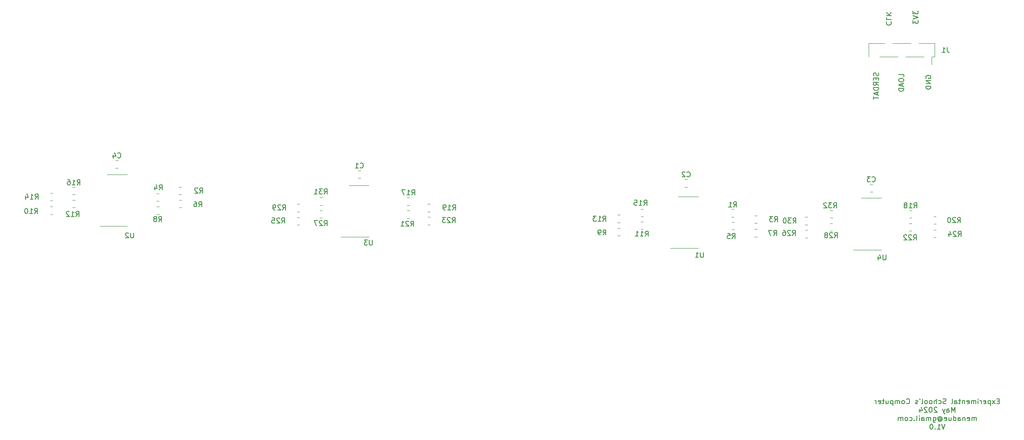
<source format=gbr>
G04 #@! TF.GenerationSoftware,KiCad,Pcbnew,5.1.5+dfsg1-2build2*
G04 #@! TF.CreationDate,2024-05-04T05:39:38+01:00*
G04 #@! TF.ProjectId,touch_kb1,746f7563-685f-46b6-9231-2e6b69636164,rev?*
G04 #@! TF.SameCoordinates,Original*
G04 #@! TF.FileFunction,Legend,Bot*
G04 #@! TF.FilePolarity,Positive*
%FSLAX46Y46*%
G04 Gerber Fmt 4.6, Leading zero omitted, Abs format (unit mm)*
G04 Created by KiCad (PCBNEW 5.1.5+dfsg1-2build2) date 2024-05-04 05:39:38*
%MOMM*%
%LPD*%
G04 APERTURE LIST*
%ADD10C,0.150000*%
%ADD11C,0.120000*%
G04 APERTURE END LIST*
D10*
X224600000Y-56738095D02*
X224552380Y-56642857D01*
X224552380Y-56500000D01*
X224600000Y-56357142D01*
X224695238Y-56261904D01*
X224790476Y-56214285D01*
X224980952Y-56166666D01*
X225123809Y-56166666D01*
X225314285Y-56214285D01*
X225409523Y-56261904D01*
X225504761Y-56357142D01*
X225552380Y-56500000D01*
X225552380Y-56595238D01*
X225504761Y-56738095D01*
X225457142Y-56785714D01*
X225123809Y-56785714D01*
X225123809Y-56595238D01*
X225552380Y-57214285D02*
X224552380Y-57214285D01*
X225552380Y-57785714D01*
X224552380Y-57785714D01*
X225552380Y-58261904D02*
X224552380Y-58261904D01*
X224552380Y-58500000D01*
X224600000Y-58642857D01*
X224695238Y-58738095D01*
X224790476Y-58785714D01*
X224980952Y-58833333D01*
X225123809Y-58833333D01*
X225314285Y-58785714D01*
X225409523Y-58738095D01*
X225504761Y-58642857D01*
X225552380Y-58500000D01*
X225552380Y-58261904D01*
X220252380Y-56457142D02*
X220252380Y-55980952D01*
X219252380Y-55980952D01*
X219252380Y-56980952D02*
X219252380Y-57171428D01*
X219300000Y-57266666D01*
X219395238Y-57361904D01*
X219585714Y-57409523D01*
X219919047Y-57409523D01*
X220109523Y-57361904D01*
X220204761Y-57266666D01*
X220252380Y-57171428D01*
X220252380Y-56980952D01*
X220204761Y-56885714D01*
X220109523Y-56790476D01*
X219919047Y-56742857D01*
X219585714Y-56742857D01*
X219395238Y-56790476D01*
X219300000Y-56885714D01*
X219252380Y-56980952D01*
X219966666Y-57790476D02*
X219966666Y-58266666D01*
X220252380Y-57695238D02*
X219252380Y-58028571D01*
X220252380Y-58361904D01*
X220252380Y-58695238D02*
X219252380Y-58695238D01*
X219252380Y-58933333D01*
X219300000Y-59076190D01*
X219395238Y-59171428D01*
X219490476Y-59219047D01*
X219680952Y-59266666D01*
X219823809Y-59266666D01*
X220014285Y-59219047D01*
X220109523Y-59171428D01*
X220204761Y-59076190D01*
X220252380Y-58933333D01*
X220252380Y-58695238D01*
X215304761Y-55652380D02*
X215352380Y-55795238D01*
X215352380Y-56033333D01*
X215304761Y-56128571D01*
X215257142Y-56176190D01*
X215161904Y-56223809D01*
X215066666Y-56223809D01*
X214971428Y-56176190D01*
X214923809Y-56128571D01*
X214876190Y-56033333D01*
X214828571Y-55842857D01*
X214780952Y-55747619D01*
X214733333Y-55700000D01*
X214638095Y-55652380D01*
X214542857Y-55652380D01*
X214447619Y-55700000D01*
X214400000Y-55747619D01*
X214352380Y-55842857D01*
X214352380Y-56080952D01*
X214400000Y-56223809D01*
X214828571Y-56652380D02*
X214828571Y-56985714D01*
X215352380Y-57128571D02*
X215352380Y-56652380D01*
X214352380Y-56652380D01*
X214352380Y-57128571D01*
X215352380Y-58128571D02*
X214876190Y-57795238D01*
X215352380Y-57557142D02*
X214352380Y-57557142D01*
X214352380Y-57938095D01*
X214400000Y-58033333D01*
X214447619Y-58080952D01*
X214542857Y-58128571D01*
X214685714Y-58128571D01*
X214780952Y-58080952D01*
X214828571Y-58033333D01*
X214876190Y-57938095D01*
X214876190Y-57557142D01*
X215352380Y-58557142D02*
X214352380Y-58557142D01*
X214352380Y-58795238D01*
X214400000Y-58938095D01*
X214495238Y-59033333D01*
X214590476Y-59080952D01*
X214780952Y-59128571D01*
X214923809Y-59128571D01*
X215114285Y-59080952D01*
X215209523Y-59033333D01*
X215304761Y-58938095D01*
X215352380Y-58795238D01*
X215352380Y-58557142D01*
X215066666Y-59509523D02*
X215066666Y-59985714D01*
X215352380Y-59414285D02*
X214352380Y-59747619D01*
X215352380Y-60080952D01*
X214352380Y-60271428D02*
X214352380Y-60842857D01*
X215352380Y-60557142D02*
X214352380Y-60557142D01*
X222052380Y-43561904D02*
X222052380Y-44180952D01*
X222433333Y-43847619D01*
X222433333Y-43990476D01*
X222480952Y-44085714D01*
X222528571Y-44133333D01*
X222623809Y-44180952D01*
X222861904Y-44180952D01*
X222957142Y-44133333D01*
X223004761Y-44085714D01*
X223052380Y-43990476D01*
X223052380Y-43704761D01*
X223004761Y-43609523D01*
X222957142Y-43561904D01*
X222052380Y-44466666D02*
X223052380Y-44800000D01*
X222052380Y-45133333D01*
X222052380Y-45371428D02*
X222052380Y-45990476D01*
X222433333Y-45657142D01*
X222433333Y-45800000D01*
X222480952Y-45895238D01*
X222528571Y-45942857D01*
X222623809Y-45990476D01*
X222861904Y-45990476D01*
X222957142Y-45942857D01*
X223004761Y-45895238D01*
X223052380Y-45800000D01*
X223052380Y-45514285D01*
X223004761Y-45419047D01*
X222957142Y-45371428D01*
X216942857Y-45695238D02*
X216895238Y-45742857D01*
X216847619Y-45885714D01*
X216847619Y-45980952D01*
X216895238Y-46123809D01*
X216990476Y-46219047D01*
X217085714Y-46266666D01*
X217276190Y-46314285D01*
X217419047Y-46314285D01*
X217609523Y-46266666D01*
X217704761Y-46219047D01*
X217800000Y-46123809D01*
X217847619Y-45980952D01*
X217847619Y-45885714D01*
X217800000Y-45742857D01*
X217752380Y-45695238D01*
X216847619Y-44790476D02*
X216847619Y-45266666D01*
X217847619Y-45266666D01*
X216847619Y-44457142D02*
X217847619Y-44457142D01*
X216847619Y-43885714D02*
X217419047Y-44314285D01*
X217847619Y-43885714D02*
X217276190Y-44457142D01*
X238871428Y-119853571D02*
X238538095Y-119853571D01*
X238395238Y-120377380D02*
X238871428Y-120377380D01*
X238871428Y-119377380D01*
X238395238Y-119377380D01*
X238061904Y-120377380D02*
X237538095Y-119710714D01*
X238061904Y-119710714D02*
X237538095Y-120377380D01*
X237157142Y-119710714D02*
X237157142Y-120710714D01*
X237157142Y-119758333D02*
X237061904Y-119710714D01*
X236871428Y-119710714D01*
X236776190Y-119758333D01*
X236728571Y-119805952D01*
X236680952Y-119901190D01*
X236680952Y-120186904D01*
X236728571Y-120282142D01*
X236776190Y-120329761D01*
X236871428Y-120377380D01*
X237061904Y-120377380D01*
X237157142Y-120329761D01*
X235871428Y-120329761D02*
X235966666Y-120377380D01*
X236157142Y-120377380D01*
X236252380Y-120329761D01*
X236300000Y-120234523D01*
X236300000Y-119853571D01*
X236252380Y-119758333D01*
X236157142Y-119710714D01*
X235966666Y-119710714D01*
X235871428Y-119758333D01*
X235823809Y-119853571D01*
X235823809Y-119948809D01*
X236300000Y-120044047D01*
X235395238Y-120377380D02*
X235395238Y-119710714D01*
X235395238Y-119901190D02*
X235347619Y-119805952D01*
X235300000Y-119758333D01*
X235204761Y-119710714D01*
X235109523Y-119710714D01*
X234776190Y-120377380D02*
X234776190Y-119710714D01*
X234776190Y-119377380D02*
X234823809Y-119425000D01*
X234776190Y-119472619D01*
X234728571Y-119425000D01*
X234776190Y-119377380D01*
X234776190Y-119472619D01*
X234300000Y-120377380D02*
X234300000Y-119710714D01*
X234300000Y-119805952D02*
X234252380Y-119758333D01*
X234157142Y-119710714D01*
X234014285Y-119710714D01*
X233919047Y-119758333D01*
X233871428Y-119853571D01*
X233871428Y-120377380D01*
X233871428Y-119853571D02*
X233823809Y-119758333D01*
X233728571Y-119710714D01*
X233585714Y-119710714D01*
X233490476Y-119758333D01*
X233442857Y-119853571D01*
X233442857Y-120377380D01*
X232585714Y-120329761D02*
X232680952Y-120377380D01*
X232871428Y-120377380D01*
X232966666Y-120329761D01*
X233014285Y-120234523D01*
X233014285Y-119853571D01*
X232966666Y-119758333D01*
X232871428Y-119710714D01*
X232680952Y-119710714D01*
X232585714Y-119758333D01*
X232538095Y-119853571D01*
X232538095Y-119948809D01*
X233014285Y-120044047D01*
X232109523Y-119710714D02*
X232109523Y-120377380D01*
X232109523Y-119805952D02*
X232061904Y-119758333D01*
X231966666Y-119710714D01*
X231823809Y-119710714D01*
X231728571Y-119758333D01*
X231680952Y-119853571D01*
X231680952Y-120377380D01*
X231347619Y-119710714D02*
X230966666Y-119710714D01*
X231204761Y-119377380D02*
X231204761Y-120234523D01*
X231157142Y-120329761D01*
X231061904Y-120377380D01*
X230966666Y-120377380D01*
X230204761Y-120377380D02*
X230204761Y-119853571D01*
X230252380Y-119758333D01*
X230347619Y-119710714D01*
X230538095Y-119710714D01*
X230633333Y-119758333D01*
X230204761Y-120329761D02*
X230300000Y-120377380D01*
X230538095Y-120377380D01*
X230633333Y-120329761D01*
X230680952Y-120234523D01*
X230680952Y-120139285D01*
X230633333Y-120044047D01*
X230538095Y-119996428D01*
X230300000Y-119996428D01*
X230204761Y-119948809D01*
X229585714Y-120377380D02*
X229680952Y-120329761D01*
X229728571Y-120234523D01*
X229728571Y-119377380D01*
X228490476Y-120329761D02*
X228347619Y-120377380D01*
X228109523Y-120377380D01*
X228014285Y-120329761D01*
X227966666Y-120282142D01*
X227919047Y-120186904D01*
X227919047Y-120091666D01*
X227966666Y-119996428D01*
X228014285Y-119948809D01*
X228109523Y-119901190D01*
X228300000Y-119853571D01*
X228395238Y-119805952D01*
X228442857Y-119758333D01*
X228490476Y-119663095D01*
X228490476Y-119567857D01*
X228442857Y-119472619D01*
X228395238Y-119425000D01*
X228300000Y-119377380D01*
X228061904Y-119377380D01*
X227919047Y-119425000D01*
X227061904Y-120329761D02*
X227157142Y-120377380D01*
X227347619Y-120377380D01*
X227442857Y-120329761D01*
X227490476Y-120282142D01*
X227538095Y-120186904D01*
X227538095Y-119901190D01*
X227490476Y-119805952D01*
X227442857Y-119758333D01*
X227347619Y-119710714D01*
X227157142Y-119710714D01*
X227061904Y-119758333D01*
X226633333Y-120377380D02*
X226633333Y-119377380D01*
X226204761Y-120377380D02*
X226204761Y-119853571D01*
X226252380Y-119758333D01*
X226347619Y-119710714D01*
X226490476Y-119710714D01*
X226585714Y-119758333D01*
X226633333Y-119805952D01*
X225585714Y-120377380D02*
X225680952Y-120329761D01*
X225728571Y-120282142D01*
X225776190Y-120186904D01*
X225776190Y-119901190D01*
X225728571Y-119805952D01*
X225680952Y-119758333D01*
X225585714Y-119710714D01*
X225442857Y-119710714D01*
X225347619Y-119758333D01*
X225300000Y-119805952D01*
X225252380Y-119901190D01*
X225252380Y-120186904D01*
X225300000Y-120282142D01*
X225347619Y-120329761D01*
X225442857Y-120377380D01*
X225585714Y-120377380D01*
X224680952Y-120377380D02*
X224776190Y-120329761D01*
X224823809Y-120282142D01*
X224871428Y-120186904D01*
X224871428Y-119901190D01*
X224823809Y-119805952D01*
X224776190Y-119758333D01*
X224680952Y-119710714D01*
X224538095Y-119710714D01*
X224442857Y-119758333D01*
X224395238Y-119805952D01*
X224347619Y-119901190D01*
X224347619Y-120186904D01*
X224395238Y-120282142D01*
X224442857Y-120329761D01*
X224538095Y-120377380D01*
X224680952Y-120377380D01*
X223776190Y-120377380D02*
X223871428Y-120329761D01*
X223919047Y-120234523D01*
X223919047Y-119377380D01*
X223347619Y-119377380D02*
X223442857Y-119567857D01*
X222966666Y-120329761D02*
X222871428Y-120377380D01*
X222680952Y-120377380D01*
X222585714Y-120329761D01*
X222538095Y-120234523D01*
X222538095Y-120186904D01*
X222585714Y-120091666D01*
X222680952Y-120044047D01*
X222823809Y-120044047D01*
X222919047Y-119996428D01*
X222966666Y-119901190D01*
X222966666Y-119853571D01*
X222919047Y-119758333D01*
X222823809Y-119710714D01*
X222680952Y-119710714D01*
X222585714Y-119758333D01*
X220776190Y-120282142D02*
X220823809Y-120329761D01*
X220966666Y-120377380D01*
X221061904Y-120377380D01*
X221204761Y-120329761D01*
X221300000Y-120234523D01*
X221347619Y-120139285D01*
X221395238Y-119948809D01*
X221395238Y-119805952D01*
X221347619Y-119615476D01*
X221300000Y-119520238D01*
X221204761Y-119425000D01*
X221061904Y-119377380D01*
X220966666Y-119377380D01*
X220823809Y-119425000D01*
X220776190Y-119472619D01*
X220204761Y-120377380D02*
X220300000Y-120329761D01*
X220347619Y-120282142D01*
X220395238Y-120186904D01*
X220395238Y-119901190D01*
X220347619Y-119805952D01*
X220300000Y-119758333D01*
X220204761Y-119710714D01*
X220061904Y-119710714D01*
X219966666Y-119758333D01*
X219919047Y-119805952D01*
X219871428Y-119901190D01*
X219871428Y-120186904D01*
X219919047Y-120282142D01*
X219966666Y-120329761D01*
X220061904Y-120377380D01*
X220204761Y-120377380D01*
X219442857Y-120377380D02*
X219442857Y-119710714D01*
X219442857Y-119805952D02*
X219395238Y-119758333D01*
X219300000Y-119710714D01*
X219157142Y-119710714D01*
X219061904Y-119758333D01*
X219014285Y-119853571D01*
X219014285Y-120377380D01*
X219014285Y-119853571D02*
X218966666Y-119758333D01*
X218871428Y-119710714D01*
X218728571Y-119710714D01*
X218633333Y-119758333D01*
X218585714Y-119853571D01*
X218585714Y-120377380D01*
X218109523Y-119710714D02*
X218109523Y-120710714D01*
X218109523Y-119758333D02*
X218014285Y-119710714D01*
X217823809Y-119710714D01*
X217728571Y-119758333D01*
X217680952Y-119805952D01*
X217633333Y-119901190D01*
X217633333Y-120186904D01*
X217680952Y-120282142D01*
X217728571Y-120329761D01*
X217823809Y-120377380D01*
X218014285Y-120377380D01*
X218109523Y-120329761D01*
X216776190Y-119710714D02*
X216776190Y-120377380D01*
X217204761Y-119710714D02*
X217204761Y-120234523D01*
X217157142Y-120329761D01*
X217061904Y-120377380D01*
X216919047Y-120377380D01*
X216823809Y-120329761D01*
X216776190Y-120282142D01*
X216442857Y-119710714D02*
X216061904Y-119710714D01*
X216300000Y-119377380D02*
X216300000Y-120234523D01*
X216252380Y-120329761D01*
X216157142Y-120377380D01*
X216061904Y-120377380D01*
X215347619Y-120329761D02*
X215442857Y-120377380D01*
X215633333Y-120377380D01*
X215728571Y-120329761D01*
X215776190Y-120234523D01*
X215776190Y-119853571D01*
X215728571Y-119758333D01*
X215633333Y-119710714D01*
X215442857Y-119710714D01*
X215347619Y-119758333D01*
X215300000Y-119853571D01*
X215300000Y-119948809D01*
X215776190Y-120044047D01*
X214871428Y-120377380D02*
X214871428Y-119710714D01*
X214871428Y-119901190D02*
X214823809Y-119805952D01*
X214776190Y-119758333D01*
X214680952Y-119710714D01*
X214585714Y-119710714D01*
X230252380Y-122027380D02*
X230252380Y-121027380D01*
X229919047Y-121741666D01*
X229585714Y-121027380D01*
X229585714Y-122027380D01*
X228680952Y-122027380D02*
X228680952Y-121503571D01*
X228728571Y-121408333D01*
X228823809Y-121360714D01*
X229014285Y-121360714D01*
X229109523Y-121408333D01*
X228680952Y-121979761D02*
X228776190Y-122027380D01*
X229014285Y-122027380D01*
X229109523Y-121979761D01*
X229157142Y-121884523D01*
X229157142Y-121789285D01*
X229109523Y-121694047D01*
X229014285Y-121646428D01*
X228776190Y-121646428D01*
X228680952Y-121598809D01*
X228300000Y-121360714D02*
X228061904Y-122027380D01*
X227823809Y-121360714D02*
X228061904Y-122027380D01*
X228157142Y-122265476D01*
X228204761Y-122313095D01*
X228300000Y-122360714D01*
X226728571Y-121122619D02*
X226680952Y-121075000D01*
X226585714Y-121027380D01*
X226347619Y-121027380D01*
X226252380Y-121075000D01*
X226204761Y-121122619D01*
X226157142Y-121217857D01*
X226157142Y-121313095D01*
X226204761Y-121455952D01*
X226776190Y-122027380D01*
X226157142Y-122027380D01*
X225538095Y-121027380D02*
X225442857Y-121027380D01*
X225347619Y-121075000D01*
X225300000Y-121122619D01*
X225252380Y-121217857D01*
X225204761Y-121408333D01*
X225204761Y-121646428D01*
X225252380Y-121836904D01*
X225300000Y-121932142D01*
X225347619Y-121979761D01*
X225442857Y-122027380D01*
X225538095Y-122027380D01*
X225633333Y-121979761D01*
X225680952Y-121932142D01*
X225728571Y-121836904D01*
X225776190Y-121646428D01*
X225776190Y-121408333D01*
X225728571Y-121217857D01*
X225680952Y-121122619D01*
X225633333Y-121075000D01*
X225538095Y-121027380D01*
X224823809Y-121122619D02*
X224776190Y-121075000D01*
X224680952Y-121027380D01*
X224442857Y-121027380D01*
X224347619Y-121075000D01*
X224300000Y-121122619D01*
X224252380Y-121217857D01*
X224252380Y-121313095D01*
X224300000Y-121455952D01*
X224871428Y-122027380D01*
X224252380Y-122027380D01*
X223395238Y-121360714D02*
X223395238Y-122027380D01*
X223633333Y-120979761D02*
X223871428Y-121694047D01*
X223252380Y-121694047D01*
X234395238Y-123677380D02*
X234395238Y-123010714D01*
X234395238Y-123105952D02*
X234347619Y-123058333D01*
X234252380Y-123010714D01*
X234109523Y-123010714D01*
X234014285Y-123058333D01*
X233966666Y-123153571D01*
X233966666Y-123677380D01*
X233966666Y-123153571D02*
X233919047Y-123058333D01*
X233823809Y-123010714D01*
X233680952Y-123010714D01*
X233585714Y-123058333D01*
X233538095Y-123153571D01*
X233538095Y-123677380D01*
X232680952Y-123629761D02*
X232776190Y-123677380D01*
X232966666Y-123677380D01*
X233061904Y-123629761D01*
X233109523Y-123534523D01*
X233109523Y-123153571D01*
X233061904Y-123058333D01*
X232966666Y-123010714D01*
X232776190Y-123010714D01*
X232680952Y-123058333D01*
X232633333Y-123153571D01*
X232633333Y-123248809D01*
X233109523Y-123344047D01*
X232204761Y-123010714D02*
X232204761Y-123677380D01*
X232204761Y-123105952D02*
X232157142Y-123058333D01*
X232061904Y-123010714D01*
X231919047Y-123010714D01*
X231823809Y-123058333D01*
X231776190Y-123153571D01*
X231776190Y-123677380D01*
X230871428Y-123677380D02*
X230871428Y-123153571D01*
X230919047Y-123058333D01*
X231014285Y-123010714D01*
X231204761Y-123010714D01*
X231300000Y-123058333D01*
X230871428Y-123629761D02*
X230966666Y-123677380D01*
X231204761Y-123677380D01*
X231300000Y-123629761D01*
X231347619Y-123534523D01*
X231347619Y-123439285D01*
X231300000Y-123344047D01*
X231204761Y-123296428D01*
X230966666Y-123296428D01*
X230871428Y-123248809D01*
X229966666Y-123677380D02*
X229966666Y-122677380D01*
X229966666Y-123629761D02*
X230061904Y-123677380D01*
X230252380Y-123677380D01*
X230347619Y-123629761D01*
X230395238Y-123582142D01*
X230442857Y-123486904D01*
X230442857Y-123201190D01*
X230395238Y-123105952D01*
X230347619Y-123058333D01*
X230252380Y-123010714D01*
X230061904Y-123010714D01*
X229966666Y-123058333D01*
X229061904Y-123010714D02*
X229061904Y-123677380D01*
X229490476Y-123010714D02*
X229490476Y-123534523D01*
X229442857Y-123629761D01*
X229347619Y-123677380D01*
X229204761Y-123677380D01*
X229109523Y-123629761D01*
X229061904Y-123582142D01*
X228204761Y-123629761D02*
X228300000Y-123677380D01*
X228490476Y-123677380D01*
X228585714Y-123629761D01*
X228633333Y-123534523D01*
X228633333Y-123153571D01*
X228585714Y-123058333D01*
X228490476Y-123010714D01*
X228300000Y-123010714D01*
X228204761Y-123058333D01*
X228157142Y-123153571D01*
X228157142Y-123248809D01*
X228633333Y-123344047D01*
X227109523Y-123201190D02*
X227157142Y-123153571D01*
X227252380Y-123105952D01*
X227347619Y-123105952D01*
X227442857Y-123153571D01*
X227490476Y-123201190D01*
X227538095Y-123296428D01*
X227538095Y-123391666D01*
X227490476Y-123486904D01*
X227442857Y-123534523D01*
X227347619Y-123582142D01*
X227252380Y-123582142D01*
X227157142Y-123534523D01*
X227109523Y-123486904D01*
X227109523Y-123105952D02*
X227109523Y-123486904D01*
X227061904Y-123534523D01*
X227014285Y-123534523D01*
X226919047Y-123486904D01*
X226871428Y-123391666D01*
X226871428Y-123153571D01*
X226966666Y-123010714D01*
X227109523Y-122915476D01*
X227300000Y-122867857D01*
X227490476Y-122915476D01*
X227633333Y-123010714D01*
X227728571Y-123153571D01*
X227776190Y-123344047D01*
X227728571Y-123534523D01*
X227633333Y-123677380D01*
X227490476Y-123772619D01*
X227300000Y-123820238D01*
X227109523Y-123772619D01*
X226966666Y-123677380D01*
X226014285Y-123010714D02*
X226014285Y-123820238D01*
X226061904Y-123915476D01*
X226109523Y-123963095D01*
X226204761Y-124010714D01*
X226347619Y-124010714D01*
X226442857Y-123963095D01*
X226014285Y-123629761D02*
X226109523Y-123677380D01*
X226300000Y-123677380D01*
X226395238Y-123629761D01*
X226442857Y-123582142D01*
X226490476Y-123486904D01*
X226490476Y-123201190D01*
X226442857Y-123105952D01*
X226395238Y-123058333D01*
X226300000Y-123010714D01*
X226109523Y-123010714D01*
X226014285Y-123058333D01*
X225538095Y-123677380D02*
X225538095Y-123010714D01*
X225538095Y-123105952D02*
X225490476Y-123058333D01*
X225395238Y-123010714D01*
X225252380Y-123010714D01*
X225157142Y-123058333D01*
X225109523Y-123153571D01*
X225109523Y-123677380D01*
X225109523Y-123153571D02*
X225061904Y-123058333D01*
X224966666Y-123010714D01*
X224823809Y-123010714D01*
X224728571Y-123058333D01*
X224680952Y-123153571D01*
X224680952Y-123677380D01*
X223776190Y-123677380D02*
X223776190Y-123153571D01*
X223823809Y-123058333D01*
X223919047Y-123010714D01*
X224109523Y-123010714D01*
X224204761Y-123058333D01*
X223776190Y-123629761D02*
X223871428Y-123677380D01*
X224109523Y-123677380D01*
X224204761Y-123629761D01*
X224252380Y-123534523D01*
X224252380Y-123439285D01*
X224204761Y-123344047D01*
X224109523Y-123296428D01*
X223871428Y-123296428D01*
X223776190Y-123248809D01*
X223300000Y-123677380D02*
X223300000Y-123010714D01*
X223300000Y-122677380D02*
X223347619Y-122725000D01*
X223300000Y-122772619D01*
X223252380Y-122725000D01*
X223300000Y-122677380D01*
X223300000Y-122772619D01*
X222680952Y-123677380D02*
X222776190Y-123629761D01*
X222823809Y-123534523D01*
X222823809Y-122677380D01*
X222300000Y-123582142D02*
X222252380Y-123629761D01*
X222300000Y-123677380D01*
X222347619Y-123629761D01*
X222300000Y-123582142D01*
X222300000Y-123677380D01*
X221395238Y-123629761D02*
X221490476Y-123677380D01*
X221680952Y-123677380D01*
X221776190Y-123629761D01*
X221823809Y-123582142D01*
X221871428Y-123486904D01*
X221871428Y-123201190D01*
X221823809Y-123105952D01*
X221776190Y-123058333D01*
X221680952Y-123010714D01*
X221490476Y-123010714D01*
X221395238Y-123058333D01*
X220823809Y-123677380D02*
X220919047Y-123629761D01*
X220966666Y-123582142D01*
X221014285Y-123486904D01*
X221014285Y-123201190D01*
X220966666Y-123105952D01*
X220919047Y-123058333D01*
X220823809Y-123010714D01*
X220680952Y-123010714D01*
X220585714Y-123058333D01*
X220538095Y-123105952D01*
X220490476Y-123201190D01*
X220490476Y-123486904D01*
X220538095Y-123582142D01*
X220585714Y-123629761D01*
X220680952Y-123677380D01*
X220823809Y-123677380D01*
X220061904Y-123677380D02*
X220061904Y-123010714D01*
X220061904Y-123105952D02*
X220014285Y-123058333D01*
X219919047Y-123010714D01*
X219776190Y-123010714D01*
X219680952Y-123058333D01*
X219633333Y-123153571D01*
X219633333Y-123677380D01*
X219633333Y-123153571D02*
X219585714Y-123058333D01*
X219490476Y-123010714D01*
X219347619Y-123010714D01*
X219252380Y-123058333D01*
X219204761Y-123153571D01*
X219204761Y-123677380D01*
X228323809Y-124327380D02*
X227990476Y-125327380D01*
X227657142Y-124327380D01*
X226800000Y-125327380D02*
X227371428Y-125327380D01*
X227085714Y-125327380D02*
X227085714Y-124327380D01*
X227180952Y-124470238D01*
X227276190Y-124565476D01*
X227371428Y-124613095D01*
X226371428Y-125232142D02*
X226323809Y-125279761D01*
X226371428Y-125327380D01*
X226419047Y-125279761D01*
X226371428Y-125232142D01*
X226371428Y-125327380D01*
X225704761Y-124327380D02*
X225609523Y-124327380D01*
X225514285Y-124375000D01*
X225466666Y-124422619D01*
X225419047Y-124517857D01*
X225371428Y-124708333D01*
X225371428Y-124946428D01*
X225419047Y-125136904D01*
X225466666Y-125232142D01*
X225514285Y-125279761D01*
X225609523Y-125327380D01*
X225704761Y-125327380D01*
X225800000Y-125279761D01*
X225847619Y-125232142D01*
X225895238Y-125136904D01*
X225942857Y-124946428D01*
X225942857Y-124708333D01*
X225895238Y-124517857D01*
X225847619Y-124422619D01*
X225800000Y-124375000D01*
X225704761Y-124327380D01*
D11*
X219097200Y-52550000D02*
X215537200Y-52550000D01*
X224177200Y-52550000D02*
X220617200Y-52550000D01*
X216557200Y-49890000D02*
X213447200Y-49890000D01*
X221637200Y-49890000D02*
X218077200Y-49890000D01*
X214017200Y-49890000D02*
X213447200Y-49890000D01*
X226267200Y-52550000D02*
X225697200Y-52550000D01*
X225697200Y-52550000D02*
X225697200Y-54070000D01*
X226267200Y-49890000D02*
X223157200Y-49890000D01*
X213447200Y-52550000D02*
X213447200Y-49890000D01*
X226267200Y-52550000D02*
X226267200Y-49890000D01*
X213900000Y-90260000D02*
X210450000Y-90260000D01*
X213900000Y-90260000D02*
X215850000Y-90260000D01*
X213900000Y-80140000D02*
X211950000Y-80140000D01*
X213900000Y-80140000D02*
X215850000Y-80140000D01*
X113900000Y-87760000D02*
X110450000Y-87760000D01*
X113900000Y-87760000D02*
X115850000Y-87760000D01*
X113900000Y-77640000D02*
X111950000Y-77640000D01*
X113900000Y-77640000D02*
X115850000Y-77640000D01*
X66787200Y-85658400D02*
X63337200Y-85658400D01*
X66787200Y-85658400D02*
X68737200Y-85658400D01*
X66787200Y-75538400D02*
X64837200Y-75538400D01*
X66787200Y-75538400D02*
X68737200Y-75538400D01*
X178200000Y-89960000D02*
X174750000Y-89960000D01*
X178200000Y-89960000D02*
X180150000Y-89960000D01*
X178200000Y-79840000D02*
X176250000Y-79840000D01*
X178200000Y-79840000D02*
X180150000Y-79840000D01*
X205914136Y-82539800D02*
X206368264Y-82539800D01*
X205914136Y-84009800D02*
X206368264Y-84009800D01*
X106346136Y-80050600D02*
X106800264Y-80050600D01*
X106346136Y-81520600D02*
X106800264Y-81520600D01*
X200986536Y-83860600D02*
X201440664Y-83860600D01*
X200986536Y-85330600D02*
X201440664Y-85330600D01*
X101875736Y-81320600D02*
X102329864Y-81320600D01*
X101875736Y-82790600D02*
X102329864Y-82790600D01*
X205863336Y-85079800D02*
X206317464Y-85079800D01*
X205863336Y-86549800D02*
X206317464Y-86549800D01*
X106295336Y-82539800D02*
X106749464Y-82539800D01*
X106295336Y-84009800D02*
X106749464Y-84009800D01*
X201037336Y-86400600D02*
X201491464Y-86400600D01*
X201037336Y-87870600D02*
X201491464Y-87870600D01*
X101875736Y-83911400D02*
X102329864Y-83911400D01*
X101875736Y-85381400D02*
X102329864Y-85381400D01*
X226535864Y-87819800D02*
X226081736Y-87819800D01*
X226535864Y-86349800D02*
X226081736Y-86349800D01*
X127831464Y-85330600D02*
X127377336Y-85330600D01*
X127831464Y-83860600D02*
X127377336Y-83860600D01*
X221760664Y-86549800D02*
X221306536Y-86549800D01*
X221760664Y-85079800D02*
X221306536Y-85079800D01*
X123818264Y-84060600D02*
X123364136Y-84060600D01*
X123818264Y-82590600D02*
X123364136Y-82590600D01*
X226535864Y-85229000D02*
X226081736Y-85229000D01*
X226535864Y-83759000D02*
X226081736Y-83759000D01*
X127780664Y-82790600D02*
X127326536Y-82790600D01*
X127780664Y-81320600D02*
X127326536Y-81320600D01*
X221811464Y-84009800D02*
X221357336Y-84009800D01*
X221811464Y-82539800D02*
X221357336Y-82539800D01*
X123818264Y-81520600D02*
X123364136Y-81520600D01*
X123818264Y-80050600D02*
X123364136Y-80050600D01*
X58086136Y-77967800D02*
X58540264Y-77967800D01*
X58086136Y-79437800D02*
X58540264Y-79437800D01*
X168931736Y-82285800D02*
X169385864Y-82285800D01*
X168931736Y-83755800D02*
X169385864Y-83755800D01*
X53717336Y-79187000D02*
X54171464Y-79187000D01*
X53717336Y-80657000D02*
X54171464Y-80657000D01*
X164410536Y-83454200D02*
X164864664Y-83454200D01*
X164410536Y-84924200D02*
X164864664Y-84924200D01*
X58086136Y-80507800D02*
X58540264Y-80507800D01*
X58086136Y-81977800D02*
X58540264Y-81977800D01*
X168931736Y-84775000D02*
X169385864Y-84775000D01*
X168931736Y-86245000D02*
X169385864Y-86245000D01*
X53717336Y-81828600D02*
X54171464Y-81828600D01*
X53717336Y-83298600D02*
X54171464Y-83298600D01*
X164410536Y-86045000D02*
X164864664Y-86045000D01*
X164410536Y-87515000D02*
X164864664Y-87515000D01*
X74948664Y-83298600D02*
X74494536Y-83298600D01*
X74948664Y-81828600D02*
X74494536Y-81828600D01*
X191636264Y-87718200D02*
X191182136Y-87718200D01*
X191636264Y-86248200D02*
X191182136Y-86248200D01*
X79301464Y-81977800D02*
X78847336Y-81977800D01*
X79301464Y-80507800D02*
X78847336Y-80507800D01*
X187165864Y-86295800D02*
X186711736Y-86295800D01*
X187165864Y-84825800D02*
X186711736Y-84825800D01*
X74932664Y-80707800D02*
X74478536Y-80707800D01*
X74932664Y-79237800D02*
X74478536Y-79237800D01*
X191636264Y-85025800D02*
X191182136Y-85025800D01*
X191636264Y-83555800D02*
X191182136Y-83555800D01*
X79266664Y-79437800D02*
X78812536Y-79437800D01*
X79266664Y-77967800D02*
X78812536Y-77967800D01*
X187115064Y-83806600D02*
X186660936Y-83806600D01*
X187115064Y-82336600D02*
X186660936Y-82336600D01*
X66956452Y-72786200D02*
X66433948Y-72786200D01*
X66956452Y-74256200D02*
X66433948Y-74256200D01*
X214174852Y-78929800D02*
X213652348Y-78929800D01*
X214174852Y-77459800D02*
X213652348Y-77459800D01*
X178056052Y-77964600D02*
X177533548Y-77964600D01*
X178056052Y-76494600D02*
X177533548Y-76494600D01*
X114280552Y-76237400D02*
X113758048Y-76237400D01*
X114280552Y-74767400D02*
X113758048Y-74767400D01*
D10*
X228733333Y-50652380D02*
X228733333Y-51366666D01*
X228780952Y-51509523D01*
X228876190Y-51604761D01*
X229019047Y-51652380D01*
X229114285Y-51652380D01*
X227733333Y-51652380D02*
X228304761Y-51652380D01*
X228019047Y-51652380D02*
X228019047Y-50652380D01*
X228114285Y-50795238D01*
X228209523Y-50890476D01*
X228304761Y-50938095D01*
X216761904Y-91252380D02*
X216761904Y-92061904D01*
X216714285Y-92157142D01*
X216666666Y-92204761D01*
X216571428Y-92252380D01*
X216380952Y-92252380D01*
X216285714Y-92204761D01*
X216238095Y-92157142D01*
X216190476Y-92061904D01*
X216190476Y-91252380D01*
X215285714Y-91585714D02*
X215285714Y-92252380D01*
X215523809Y-91204761D02*
X215761904Y-91919047D01*
X215142857Y-91919047D01*
X116561904Y-88352380D02*
X116561904Y-89161904D01*
X116514285Y-89257142D01*
X116466666Y-89304761D01*
X116371428Y-89352380D01*
X116180952Y-89352380D01*
X116085714Y-89304761D01*
X116038095Y-89257142D01*
X115990476Y-89161904D01*
X115990476Y-88352380D01*
X115609523Y-88352380D02*
X114990476Y-88352380D01*
X115323809Y-88733333D01*
X115180952Y-88733333D01*
X115085714Y-88780952D01*
X115038095Y-88828571D01*
X114990476Y-88923809D01*
X114990476Y-89161904D01*
X115038095Y-89257142D01*
X115085714Y-89304761D01*
X115180952Y-89352380D01*
X115466666Y-89352380D01*
X115561904Y-89304761D01*
X115609523Y-89257142D01*
X69961904Y-86952380D02*
X69961904Y-87761904D01*
X69914285Y-87857142D01*
X69866666Y-87904761D01*
X69771428Y-87952380D01*
X69580952Y-87952380D01*
X69485714Y-87904761D01*
X69438095Y-87857142D01*
X69390476Y-87761904D01*
X69390476Y-86952380D01*
X68961904Y-87047619D02*
X68914285Y-87000000D01*
X68819047Y-86952380D01*
X68580952Y-86952380D01*
X68485714Y-87000000D01*
X68438095Y-87047619D01*
X68390476Y-87142857D01*
X68390476Y-87238095D01*
X68438095Y-87380952D01*
X69009523Y-87952380D01*
X68390476Y-87952380D01*
X181161904Y-90752380D02*
X181161904Y-91561904D01*
X181114285Y-91657142D01*
X181066666Y-91704761D01*
X180971428Y-91752380D01*
X180780952Y-91752380D01*
X180685714Y-91704761D01*
X180638095Y-91657142D01*
X180590476Y-91561904D01*
X180590476Y-90752380D01*
X179590476Y-91752380D02*
X180161904Y-91752380D01*
X179876190Y-91752380D02*
X179876190Y-90752380D01*
X179971428Y-90895238D01*
X180066666Y-90990476D01*
X180161904Y-91038095D01*
X206542857Y-82052380D02*
X206876190Y-81576190D01*
X207114285Y-82052380D02*
X207114285Y-81052380D01*
X206733333Y-81052380D01*
X206638095Y-81100000D01*
X206590476Y-81147619D01*
X206542857Y-81242857D01*
X206542857Y-81385714D01*
X206590476Y-81480952D01*
X206638095Y-81528571D01*
X206733333Y-81576190D01*
X207114285Y-81576190D01*
X206209523Y-81052380D02*
X205590476Y-81052380D01*
X205923809Y-81433333D01*
X205780952Y-81433333D01*
X205685714Y-81480952D01*
X205638095Y-81528571D01*
X205590476Y-81623809D01*
X205590476Y-81861904D01*
X205638095Y-81957142D01*
X205685714Y-82004761D01*
X205780952Y-82052380D01*
X206066666Y-82052380D01*
X206161904Y-82004761D01*
X206209523Y-81957142D01*
X205209523Y-81147619D02*
X205161904Y-81100000D01*
X205066666Y-81052380D01*
X204828571Y-81052380D01*
X204733333Y-81100000D01*
X204685714Y-81147619D01*
X204638095Y-81242857D01*
X204638095Y-81338095D01*
X204685714Y-81480952D01*
X205257142Y-82052380D01*
X204638095Y-82052380D01*
X107142857Y-79352380D02*
X107476190Y-78876190D01*
X107714285Y-79352380D02*
X107714285Y-78352380D01*
X107333333Y-78352380D01*
X107238095Y-78400000D01*
X107190476Y-78447619D01*
X107142857Y-78542857D01*
X107142857Y-78685714D01*
X107190476Y-78780952D01*
X107238095Y-78828571D01*
X107333333Y-78876190D01*
X107714285Y-78876190D01*
X106809523Y-78352380D02*
X106190476Y-78352380D01*
X106523809Y-78733333D01*
X106380952Y-78733333D01*
X106285714Y-78780952D01*
X106238095Y-78828571D01*
X106190476Y-78923809D01*
X106190476Y-79161904D01*
X106238095Y-79257142D01*
X106285714Y-79304761D01*
X106380952Y-79352380D01*
X106666666Y-79352380D01*
X106761904Y-79304761D01*
X106809523Y-79257142D01*
X105238095Y-79352380D02*
X105809523Y-79352380D01*
X105523809Y-79352380D02*
X105523809Y-78352380D01*
X105619047Y-78495238D01*
X105714285Y-78590476D01*
X105809523Y-78638095D01*
X198642857Y-85052380D02*
X198976190Y-84576190D01*
X199214285Y-85052380D02*
X199214285Y-84052380D01*
X198833333Y-84052380D01*
X198738095Y-84100000D01*
X198690476Y-84147619D01*
X198642857Y-84242857D01*
X198642857Y-84385714D01*
X198690476Y-84480952D01*
X198738095Y-84528571D01*
X198833333Y-84576190D01*
X199214285Y-84576190D01*
X198309523Y-84052380D02*
X197690476Y-84052380D01*
X198023809Y-84433333D01*
X197880952Y-84433333D01*
X197785714Y-84480952D01*
X197738095Y-84528571D01*
X197690476Y-84623809D01*
X197690476Y-84861904D01*
X197738095Y-84957142D01*
X197785714Y-85004761D01*
X197880952Y-85052380D01*
X198166666Y-85052380D01*
X198261904Y-85004761D01*
X198309523Y-84957142D01*
X197071428Y-84052380D02*
X196976190Y-84052380D01*
X196880952Y-84100000D01*
X196833333Y-84147619D01*
X196785714Y-84242857D01*
X196738095Y-84433333D01*
X196738095Y-84671428D01*
X196785714Y-84861904D01*
X196833333Y-84957142D01*
X196880952Y-85004761D01*
X196976190Y-85052380D01*
X197071428Y-85052380D01*
X197166666Y-85004761D01*
X197214285Y-84957142D01*
X197261904Y-84861904D01*
X197309523Y-84671428D01*
X197309523Y-84433333D01*
X197261904Y-84242857D01*
X197214285Y-84147619D01*
X197166666Y-84100000D01*
X197071428Y-84052380D01*
X99042857Y-82452380D02*
X99376190Y-81976190D01*
X99614285Y-82452380D02*
X99614285Y-81452380D01*
X99233333Y-81452380D01*
X99138095Y-81500000D01*
X99090476Y-81547619D01*
X99042857Y-81642857D01*
X99042857Y-81785714D01*
X99090476Y-81880952D01*
X99138095Y-81928571D01*
X99233333Y-81976190D01*
X99614285Y-81976190D01*
X98661904Y-81547619D02*
X98614285Y-81500000D01*
X98519047Y-81452380D01*
X98280952Y-81452380D01*
X98185714Y-81500000D01*
X98138095Y-81547619D01*
X98090476Y-81642857D01*
X98090476Y-81738095D01*
X98138095Y-81880952D01*
X98709523Y-82452380D01*
X98090476Y-82452380D01*
X97614285Y-82452380D02*
X97423809Y-82452380D01*
X97328571Y-82404761D01*
X97280952Y-82357142D01*
X97185714Y-82214285D01*
X97138095Y-82023809D01*
X97138095Y-81642857D01*
X97185714Y-81547619D01*
X97233333Y-81500000D01*
X97328571Y-81452380D01*
X97519047Y-81452380D01*
X97614285Y-81500000D01*
X97661904Y-81547619D01*
X97709523Y-81642857D01*
X97709523Y-81880952D01*
X97661904Y-81976190D01*
X97614285Y-82023809D01*
X97519047Y-82071428D01*
X97328571Y-82071428D01*
X97233333Y-82023809D01*
X97185714Y-81976190D01*
X97138095Y-81880952D01*
X206733257Y-87917180D02*
X207066590Y-87440990D01*
X207304685Y-87917180D02*
X207304685Y-86917180D01*
X206923733Y-86917180D01*
X206828495Y-86964800D01*
X206780876Y-87012419D01*
X206733257Y-87107657D01*
X206733257Y-87250514D01*
X206780876Y-87345752D01*
X206828495Y-87393371D01*
X206923733Y-87440990D01*
X207304685Y-87440990D01*
X206352304Y-87012419D02*
X206304685Y-86964800D01*
X206209447Y-86917180D01*
X205971352Y-86917180D01*
X205876114Y-86964800D01*
X205828495Y-87012419D01*
X205780876Y-87107657D01*
X205780876Y-87202895D01*
X205828495Y-87345752D01*
X206399923Y-87917180D01*
X205780876Y-87917180D01*
X205209447Y-87345752D02*
X205304685Y-87298133D01*
X205352304Y-87250514D01*
X205399923Y-87155276D01*
X205399923Y-87107657D01*
X205352304Y-87012419D01*
X205304685Y-86964800D01*
X205209447Y-86917180D01*
X205018971Y-86917180D01*
X204923733Y-86964800D01*
X204876114Y-87012419D01*
X204828495Y-87107657D01*
X204828495Y-87155276D01*
X204876114Y-87250514D01*
X204923733Y-87298133D01*
X205018971Y-87345752D01*
X205209447Y-87345752D01*
X205304685Y-87393371D01*
X205352304Y-87440990D01*
X205399923Y-87536228D01*
X205399923Y-87726704D01*
X205352304Y-87821942D01*
X205304685Y-87869561D01*
X205209447Y-87917180D01*
X205018971Y-87917180D01*
X204923733Y-87869561D01*
X204876114Y-87821942D01*
X204828495Y-87726704D01*
X204828495Y-87536228D01*
X204876114Y-87440990D01*
X204923733Y-87393371D01*
X205018971Y-87345752D01*
X107142857Y-85552380D02*
X107476190Y-85076190D01*
X107714285Y-85552380D02*
X107714285Y-84552380D01*
X107333333Y-84552380D01*
X107238095Y-84600000D01*
X107190476Y-84647619D01*
X107142857Y-84742857D01*
X107142857Y-84885714D01*
X107190476Y-84980952D01*
X107238095Y-85028571D01*
X107333333Y-85076190D01*
X107714285Y-85076190D01*
X106761904Y-84647619D02*
X106714285Y-84600000D01*
X106619047Y-84552380D01*
X106380952Y-84552380D01*
X106285714Y-84600000D01*
X106238095Y-84647619D01*
X106190476Y-84742857D01*
X106190476Y-84838095D01*
X106238095Y-84980952D01*
X106809523Y-85552380D01*
X106190476Y-85552380D01*
X105857142Y-84552380D02*
X105190476Y-84552380D01*
X105619047Y-85552380D01*
X198542857Y-87452380D02*
X198876190Y-86976190D01*
X199114285Y-87452380D02*
X199114285Y-86452380D01*
X198733333Y-86452380D01*
X198638095Y-86500000D01*
X198590476Y-86547619D01*
X198542857Y-86642857D01*
X198542857Y-86785714D01*
X198590476Y-86880952D01*
X198638095Y-86928571D01*
X198733333Y-86976190D01*
X199114285Y-86976190D01*
X198161904Y-86547619D02*
X198114285Y-86500000D01*
X198019047Y-86452380D01*
X197780952Y-86452380D01*
X197685714Y-86500000D01*
X197638095Y-86547619D01*
X197590476Y-86642857D01*
X197590476Y-86738095D01*
X197638095Y-86880952D01*
X198209523Y-87452380D01*
X197590476Y-87452380D01*
X196733333Y-86452380D02*
X196923809Y-86452380D01*
X197019047Y-86500000D01*
X197066666Y-86547619D01*
X197161904Y-86690476D01*
X197209523Y-86880952D01*
X197209523Y-87261904D01*
X197161904Y-87357142D01*
X197114285Y-87404761D01*
X197019047Y-87452380D01*
X196828571Y-87452380D01*
X196733333Y-87404761D01*
X196685714Y-87357142D01*
X196638095Y-87261904D01*
X196638095Y-87023809D01*
X196685714Y-86928571D01*
X196733333Y-86880952D01*
X196828571Y-86833333D01*
X197019047Y-86833333D01*
X197114285Y-86880952D01*
X197161904Y-86928571D01*
X197209523Y-87023809D01*
X98842857Y-85052380D02*
X99176190Y-84576190D01*
X99414285Y-85052380D02*
X99414285Y-84052380D01*
X99033333Y-84052380D01*
X98938095Y-84100000D01*
X98890476Y-84147619D01*
X98842857Y-84242857D01*
X98842857Y-84385714D01*
X98890476Y-84480952D01*
X98938095Y-84528571D01*
X99033333Y-84576190D01*
X99414285Y-84576190D01*
X98461904Y-84147619D02*
X98414285Y-84100000D01*
X98319047Y-84052380D01*
X98080952Y-84052380D01*
X97985714Y-84100000D01*
X97938095Y-84147619D01*
X97890476Y-84242857D01*
X97890476Y-84338095D01*
X97938095Y-84480952D01*
X98509523Y-85052380D01*
X97890476Y-85052380D01*
X96985714Y-84052380D02*
X97461904Y-84052380D01*
X97509523Y-84528571D01*
X97461904Y-84480952D01*
X97366666Y-84433333D01*
X97128571Y-84433333D01*
X97033333Y-84480952D01*
X96985714Y-84528571D01*
X96938095Y-84623809D01*
X96938095Y-84861904D01*
X96985714Y-84957142D01*
X97033333Y-85004761D01*
X97128571Y-85052380D01*
X97366666Y-85052380D01*
X97461904Y-85004761D01*
X97509523Y-84957142D01*
X230842857Y-87652380D02*
X231176190Y-87176190D01*
X231414285Y-87652380D02*
X231414285Y-86652380D01*
X231033333Y-86652380D01*
X230938095Y-86700000D01*
X230890476Y-86747619D01*
X230842857Y-86842857D01*
X230842857Y-86985714D01*
X230890476Y-87080952D01*
X230938095Y-87128571D01*
X231033333Y-87176190D01*
X231414285Y-87176190D01*
X230461904Y-86747619D02*
X230414285Y-86700000D01*
X230319047Y-86652380D01*
X230080952Y-86652380D01*
X229985714Y-86700000D01*
X229938095Y-86747619D01*
X229890476Y-86842857D01*
X229890476Y-86938095D01*
X229938095Y-87080952D01*
X230509523Y-87652380D01*
X229890476Y-87652380D01*
X229033333Y-86985714D02*
X229033333Y-87652380D01*
X229271428Y-86604761D02*
X229509523Y-87319047D01*
X228890476Y-87319047D01*
X132142857Y-84952380D02*
X132476190Y-84476190D01*
X132714285Y-84952380D02*
X132714285Y-83952380D01*
X132333333Y-83952380D01*
X132238095Y-84000000D01*
X132190476Y-84047619D01*
X132142857Y-84142857D01*
X132142857Y-84285714D01*
X132190476Y-84380952D01*
X132238095Y-84428571D01*
X132333333Y-84476190D01*
X132714285Y-84476190D01*
X131761904Y-84047619D02*
X131714285Y-84000000D01*
X131619047Y-83952380D01*
X131380952Y-83952380D01*
X131285714Y-84000000D01*
X131238095Y-84047619D01*
X131190476Y-84142857D01*
X131190476Y-84238095D01*
X131238095Y-84380952D01*
X131809523Y-84952380D01*
X131190476Y-84952380D01*
X130857142Y-83952380D02*
X130238095Y-83952380D01*
X130571428Y-84333333D01*
X130428571Y-84333333D01*
X130333333Y-84380952D01*
X130285714Y-84428571D01*
X130238095Y-84523809D01*
X130238095Y-84761904D01*
X130285714Y-84857142D01*
X130333333Y-84904761D01*
X130428571Y-84952380D01*
X130714285Y-84952380D01*
X130809523Y-84904761D01*
X130857142Y-84857142D01*
X222142857Y-88352380D02*
X222476190Y-87876190D01*
X222714285Y-88352380D02*
X222714285Y-87352380D01*
X222333333Y-87352380D01*
X222238095Y-87400000D01*
X222190476Y-87447619D01*
X222142857Y-87542857D01*
X222142857Y-87685714D01*
X222190476Y-87780952D01*
X222238095Y-87828571D01*
X222333333Y-87876190D01*
X222714285Y-87876190D01*
X221761904Y-87447619D02*
X221714285Y-87400000D01*
X221619047Y-87352380D01*
X221380952Y-87352380D01*
X221285714Y-87400000D01*
X221238095Y-87447619D01*
X221190476Y-87542857D01*
X221190476Y-87638095D01*
X221238095Y-87780952D01*
X221809523Y-88352380D01*
X221190476Y-88352380D01*
X220809523Y-87447619D02*
X220761904Y-87400000D01*
X220666666Y-87352380D01*
X220428571Y-87352380D01*
X220333333Y-87400000D01*
X220285714Y-87447619D01*
X220238095Y-87542857D01*
X220238095Y-87638095D01*
X220285714Y-87780952D01*
X220857142Y-88352380D01*
X220238095Y-88352380D01*
X124042857Y-85652380D02*
X124376190Y-85176190D01*
X124614285Y-85652380D02*
X124614285Y-84652380D01*
X124233333Y-84652380D01*
X124138095Y-84700000D01*
X124090476Y-84747619D01*
X124042857Y-84842857D01*
X124042857Y-84985714D01*
X124090476Y-85080952D01*
X124138095Y-85128571D01*
X124233333Y-85176190D01*
X124614285Y-85176190D01*
X123661904Y-84747619D02*
X123614285Y-84700000D01*
X123519047Y-84652380D01*
X123280952Y-84652380D01*
X123185714Y-84700000D01*
X123138095Y-84747619D01*
X123090476Y-84842857D01*
X123090476Y-84938095D01*
X123138095Y-85080952D01*
X123709523Y-85652380D01*
X123090476Y-85652380D01*
X122138095Y-85652380D02*
X122709523Y-85652380D01*
X122423809Y-85652380D02*
X122423809Y-84652380D01*
X122519047Y-84795238D01*
X122614285Y-84890476D01*
X122709523Y-84938095D01*
X230742857Y-84952380D02*
X231076190Y-84476190D01*
X231314285Y-84952380D02*
X231314285Y-83952380D01*
X230933333Y-83952380D01*
X230838095Y-84000000D01*
X230790476Y-84047619D01*
X230742857Y-84142857D01*
X230742857Y-84285714D01*
X230790476Y-84380952D01*
X230838095Y-84428571D01*
X230933333Y-84476190D01*
X231314285Y-84476190D01*
X230361904Y-84047619D02*
X230314285Y-84000000D01*
X230219047Y-83952380D01*
X229980952Y-83952380D01*
X229885714Y-84000000D01*
X229838095Y-84047619D01*
X229790476Y-84142857D01*
X229790476Y-84238095D01*
X229838095Y-84380952D01*
X230409523Y-84952380D01*
X229790476Y-84952380D01*
X229171428Y-83952380D02*
X229076190Y-83952380D01*
X228980952Y-84000000D01*
X228933333Y-84047619D01*
X228885714Y-84142857D01*
X228838095Y-84333333D01*
X228838095Y-84571428D01*
X228885714Y-84761904D01*
X228933333Y-84857142D01*
X228980952Y-84904761D01*
X229076190Y-84952380D01*
X229171428Y-84952380D01*
X229266666Y-84904761D01*
X229314285Y-84857142D01*
X229361904Y-84761904D01*
X229409523Y-84571428D01*
X229409523Y-84333333D01*
X229361904Y-84142857D01*
X229314285Y-84047619D01*
X229266666Y-84000000D01*
X229171428Y-83952380D01*
X132242857Y-82452380D02*
X132576190Y-81976190D01*
X132814285Y-82452380D02*
X132814285Y-81452380D01*
X132433333Y-81452380D01*
X132338095Y-81500000D01*
X132290476Y-81547619D01*
X132242857Y-81642857D01*
X132242857Y-81785714D01*
X132290476Y-81880952D01*
X132338095Y-81928571D01*
X132433333Y-81976190D01*
X132814285Y-81976190D01*
X131290476Y-82452380D02*
X131861904Y-82452380D01*
X131576190Y-82452380D02*
X131576190Y-81452380D01*
X131671428Y-81595238D01*
X131766666Y-81690476D01*
X131861904Y-81738095D01*
X130814285Y-82452380D02*
X130623809Y-82452380D01*
X130528571Y-82404761D01*
X130480952Y-82357142D01*
X130385714Y-82214285D01*
X130338095Y-82023809D01*
X130338095Y-81642857D01*
X130385714Y-81547619D01*
X130433333Y-81500000D01*
X130528571Y-81452380D01*
X130719047Y-81452380D01*
X130814285Y-81500000D01*
X130861904Y-81547619D01*
X130909523Y-81642857D01*
X130909523Y-81880952D01*
X130861904Y-81976190D01*
X130814285Y-82023809D01*
X130719047Y-82071428D01*
X130528571Y-82071428D01*
X130433333Y-82023809D01*
X130385714Y-81976190D01*
X130338095Y-81880952D01*
X222227257Y-82077180D02*
X222560590Y-81600990D01*
X222798685Y-82077180D02*
X222798685Y-81077180D01*
X222417733Y-81077180D01*
X222322495Y-81124800D01*
X222274876Y-81172419D01*
X222227257Y-81267657D01*
X222227257Y-81410514D01*
X222274876Y-81505752D01*
X222322495Y-81553371D01*
X222417733Y-81600990D01*
X222798685Y-81600990D01*
X221274876Y-82077180D02*
X221846304Y-82077180D01*
X221560590Y-82077180D02*
X221560590Y-81077180D01*
X221655828Y-81220038D01*
X221751066Y-81315276D01*
X221846304Y-81362895D01*
X220703447Y-81505752D02*
X220798685Y-81458133D01*
X220846304Y-81410514D01*
X220893923Y-81315276D01*
X220893923Y-81267657D01*
X220846304Y-81172419D01*
X220798685Y-81124800D01*
X220703447Y-81077180D01*
X220512971Y-81077180D01*
X220417733Y-81124800D01*
X220370114Y-81172419D01*
X220322495Y-81267657D01*
X220322495Y-81315276D01*
X220370114Y-81410514D01*
X220417733Y-81458133D01*
X220512971Y-81505752D01*
X220703447Y-81505752D01*
X220798685Y-81553371D01*
X220846304Y-81600990D01*
X220893923Y-81696228D01*
X220893923Y-81886704D01*
X220846304Y-81981942D01*
X220798685Y-82029561D01*
X220703447Y-82077180D01*
X220512971Y-82077180D01*
X220417733Y-82029561D01*
X220370114Y-81981942D01*
X220322495Y-81886704D01*
X220322495Y-81696228D01*
X220370114Y-81600990D01*
X220417733Y-81553371D01*
X220512971Y-81505752D01*
X124234057Y-79552380D02*
X124567390Y-79076190D01*
X124805485Y-79552380D02*
X124805485Y-78552380D01*
X124424533Y-78552380D01*
X124329295Y-78600000D01*
X124281676Y-78647619D01*
X124234057Y-78742857D01*
X124234057Y-78885714D01*
X124281676Y-78980952D01*
X124329295Y-79028571D01*
X124424533Y-79076190D01*
X124805485Y-79076190D01*
X123281676Y-79552380D02*
X123853104Y-79552380D01*
X123567390Y-79552380D02*
X123567390Y-78552380D01*
X123662628Y-78695238D01*
X123757866Y-78790476D01*
X123853104Y-78838095D01*
X122948342Y-78552380D02*
X122281676Y-78552380D01*
X122710247Y-79552380D01*
X58942857Y-77552380D02*
X59276190Y-77076190D01*
X59514285Y-77552380D02*
X59514285Y-76552380D01*
X59133333Y-76552380D01*
X59038095Y-76600000D01*
X58990476Y-76647619D01*
X58942857Y-76742857D01*
X58942857Y-76885714D01*
X58990476Y-76980952D01*
X59038095Y-77028571D01*
X59133333Y-77076190D01*
X59514285Y-77076190D01*
X57990476Y-77552380D02*
X58561904Y-77552380D01*
X58276190Y-77552380D02*
X58276190Y-76552380D01*
X58371428Y-76695238D01*
X58466666Y-76790476D01*
X58561904Y-76838095D01*
X57133333Y-76552380D02*
X57323809Y-76552380D01*
X57419047Y-76600000D01*
X57466666Y-76647619D01*
X57561904Y-76790476D01*
X57609523Y-76980952D01*
X57609523Y-77361904D01*
X57561904Y-77457142D01*
X57514285Y-77504761D01*
X57419047Y-77552380D01*
X57228571Y-77552380D01*
X57133333Y-77504761D01*
X57085714Y-77457142D01*
X57038095Y-77361904D01*
X57038095Y-77123809D01*
X57085714Y-77028571D01*
X57133333Y-76980952D01*
X57228571Y-76933333D01*
X57419047Y-76933333D01*
X57514285Y-76980952D01*
X57561904Y-77028571D01*
X57609523Y-77123809D01*
X169542857Y-81552380D02*
X169876190Y-81076190D01*
X170114285Y-81552380D02*
X170114285Y-80552380D01*
X169733333Y-80552380D01*
X169638095Y-80600000D01*
X169590476Y-80647619D01*
X169542857Y-80742857D01*
X169542857Y-80885714D01*
X169590476Y-80980952D01*
X169638095Y-81028571D01*
X169733333Y-81076190D01*
X170114285Y-81076190D01*
X168590476Y-81552380D02*
X169161904Y-81552380D01*
X168876190Y-81552380D02*
X168876190Y-80552380D01*
X168971428Y-80695238D01*
X169066666Y-80790476D01*
X169161904Y-80838095D01*
X167685714Y-80552380D02*
X168161904Y-80552380D01*
X168209523Y-81028571D01*
X168161904Y-80980952D01*
X168066666Y-80933333D01*
X167828571Y-80933333D01*
X167733333Y-80980952D01*
X167685714Y-81028571D01*
X167638095Y-81123809D01*
X167638095Y-81361904D01*
X167685714Y-81457142D01*
X167733333Y-81504761D01*
X167828571Y-81552380D01*
X168066666Y-81552380D01*
X168161904Y-81504761D01*
X168209523Y-81457142D01*
X50742857Y-80352380D02*
X51076190Y-79876190D01*
X51314285Y-80352380D02*
X51314285Y-79352380D01*
X50933333Y-79352380D01*
X50838095Y-79400000D01*
X50790476Y-79447619D01*
X50742857Y-79542857D01*
X50742857Y-79685714D01*
X50790476Y-79780952D01*
X50838095Y-79828571D01*
X50933333Y-79876190D01*
X51314285Y-79876190D01*
X49790476Y-80352380D02*
X50361904Y-80352380D01*
X50076190Y-80352380D02*
X50076190Y-79352380D01*
X50171428Y-79495238D01*
X50266666Y-79590476D01*
X50361904Y-79638095D01*
X48933333Y-79685714D02*
X48933333Y-80352380D01*
X49171428Y-79304761D02*
X49409523Y-80019047D01*
X48790476Y-80019047D01*
X161542857Y-84652380D02*
X161876190Y-84176190D01*
X162114285Y-84652380D02*
X162114285Y-83652380D01*
X161733333Y-83652380D01*
X161638095Y-83700000D01*
X161590476Y-83747619D01*
X161542857Y-83842857D01*
X161542857Y-83985714D01*
X161590476Y-84080952D01*
X161638095Y-84128571D01*
X161733333Y-84176190D01*
X162114285Y-84176190D01*
X160590476Y-84652380D02*
X161161904Y-84652380D01*
X160876190Y-84652380D02*
X160876190Y-83652380D01*
X160971428Y-83795238D01*
X161066666Y-83890476D01*
X161161904Y-83938095D01*
X160257142Y-83652380D02*
X159638095Y-83652380D01*
X159971428Y-84033333D01*
X159828571Y-84033333D01*
X159733333Y-84080952D01*
X159685714Y-84128571D01*
X159638095Y-84223809D01*
X159638095Y-84461904D01*
X159685714Y-84557142D01*
X159733333Y-84604761D01*
X159828571Y-84652380D01*
X160114285Y-84652380D01*
X160209523Y-84604761D01*
X160257142Y-84557142D01*
X58742857Y-83752380D02*
X59076190Y-83276190D01*
X59314285Y-83752380D02*
X59314285Y-82752380D01*
X58933333Y-82752380D01*
X58838095Y-82800000D01*
X58790476Y-82847619D01*
X58742857Y-82942857D01*
X58742857Y-83085714D01*
X58790476Y-83180952D01*
X58838095Y-83228571D01*
X58933333Y-83276190D01*
X59314285Y-83276190D01*
X57790476Y-83752380D02*
X58361904Y-83752380D01*
X58076190Y-83752380D02*
X58076190Y-82752380D01*
X58171428Y-82895238D01*
X58266666Y-82990476D01*
X58361904Y-83038095D01*
X57409523Y-82847619D02*
X57361904Y-82800000D01*
X57266666Y-82752380D01*
X57028571Y-82752380D01*
X56933333Y-82800000D01*
X56885714Y-82847619D01*
X56838095Y-82942857D01*
X56838095Y-83038095D01*
X56885714Y-83180952D01*
X57457142Y-83752380D01*
X56838095Y-83752380D01*
X169801657Y-87612380D02*
X170134990Y-87136190D01*
X170373085Y-87612380D02*
X170373085Y-86612380D01*
X169992133Y-86612380D01*
X169896895Y-86660000D01*
X169849276Y-86707619D01*
X169801657Y-86802857D01*
X169801657Y-86945714D01*
X169849276Y-87040952D01*
X169896895Y-87088571D01*
X169992133Y-87136190D01*
X170373085Y-87136190D01*
X168849276Y-87612380D02*
X169420704Y-87612380D01*
X169134990Y-87612380D02*
X169134990Y-86612380D01*
X169230228Y-86755238D01*
X169325466Y-86850476D01*
X169420704Y-86898095D01*
X167896895Y-87612380D02*
X168468323Y-87612380D01*
X168182609Y-87612380D02*
X168182609Y-86612380D01*
X168277847Y-86755238D01*
X168373085Y-86850476D01*
X168468323Y-86898095D01*
X50642857Y-83152380D02*
X50976190Y-82676190D01*
X51214285Y-83152380D02*
X51214285Y-82152380D01*
X50833333Y-82152380D01*
X50738095Y-82200000D01*
X50690476Y-82247619D01*
X50642857Y-82342857D01*
X50642857Y-82485714D01*
X50690476Y-82580952D01*
X50738095Y-82628571D01*
X50833333Y-82676190D01*
X51214285Y-82676190D01*
X49690476Y-83152380D02*
X50261904Y-83152380D01*
X49976190Y-83152380D02*
X49976190Y-82152380D01*
X50071428Y-82295238D01*
X50166666Y-82390476D01*
X50261904Y-82438095D01*
X49071428Y-82152380D02*
X48976190Y-82152380D01*
X48880952Y-82200000D01*
X48833333Y-82247619D01*
X48785714Y-82342857D01*
X48738095Y-82533333D01*
X48738095Y-82771428D01*
X48785714Y-82961904D01*
X48833333Y-83057142D01*
X48880952Y-83104761D01*
X48976190Y-83152380D01*
X49071428Y-83152380D01*
X49166666Y-83104761D01*
X49214285Y-83057142D01*
X49261904Y-82961904D01*
X49309523Y-82771428D01*
X49309523Y-82533333D01*
X49261904Y-82342857D01*
X49214285Y-82247619D01*
X49166666Y-82200000D01*
X49071428Y-82152380D01*
X161566666Y-87352380D02*
X161900000Y-86876190D01*
X162138095Y-87352380D02*
X162138095Y-86352380D01*
X161757142Y-86352380D01*
X161661904Y-86400000D01*
X161614285Y-86447619D01*
X161566666Y-86542857D01*
X161566666Y-86685714D01*
X161614285Y-86780952D01*
X161661904Y-86828571D01*
X161757142Y-86876190D01*
X162138095Y-86876190D01*
X161090476Y-87352380D02*
X160900000Y-87352380D01*
X160804761Y-87304761D01*
X160757142Y-87257142D01*
X160661904Y-87114285D01*
X160614285Y-86923809D01*
X160614285Y-86542857D01*
X160661904Y-86447619D01*
X160709523Y-86400000D01*
X160804761Y-86352380D01*
X160995238Y-86352380D01*
X161090476Y-86400000D01*
X161138095Y-86447619D01*
X161185714Y-86542857D01*
X161185714Y-86780952D01*
X161138095Y-86876190D01*
X161090476Y-86923809D01*
X160995238Y-86971428D01*
X160804761Y-86971428D01*
X160709523Y-86923809D01*
X160661904Y-86876190D01*
X160614285Y-86780952D01*
X74866666Y-84752380D02*
X75200000Y-84276190D01*
X75438095Y-84752380D02*
X75438095Y-83752380D01*
X75057142Y-83752380D01*
X74961904Y-83800000D01*
X74914285Y-83847619D01*
X74866666Y-83942857D01*
X74866666Y-84085714D01*
X74914285Y-84180952D01*
X74961904Y-84228571D01*
X75057142Y-84276190D01*
X75438095Y-84276190D01*
X74295238Y-84180952D02*
X74390476Y-84133333D01*
X74438095Y-84085714D01*
X74485714Y-83990476D01*
X74485714Y-83942857D01*
X74438095Y-83847619D01*
X74390476Y-83800000D01*
X74295238Y-83752380D01*
X74104761Y-83752380D01*
X74009523Y-83800000D01*
X73961904Y-83847619D01*
X73914285Y-83942857D01*
X73914285Y-83990476D01*
X73961904Y-84085714D01*
X74009523Y-84133333D01*
X74104761Y-84180952D01*
X74295238Y-84180952D01*
X74390476Y-84228571D01*
X74438095Y-84276190D01*
X74485714Y-84371428D01*
X74485714Y-84561904D01*
X74438095Y-84657142D01*
X74390476Y-84704761D01*
X74295238Y-84752380D01*
X74104761Y-84752380D01*
X74009523Y-84704761D01*
X73961904Y-84657142D01*
X73914285Y-84561904D01*
X73914285Y-84371428D01*
X73961904Y-84276190D01*
X74009523Y-84228571D01*
X74104761Y-84180952D01*
X194866666Y-87452380D02*
X195200000Y-86976190D01*
X195438095Y-87452380D02*
X195438095Y-86452380D01*
X195057142Y-86452380D01*
X194961904Y-86500000D01*
X194914285Y-86547619D01*
X194866666Y-86642857D01*
X194866666Y-86785714D01*
X194914285Y-86880952D01*
X194961904Y-86928571D01*
X195057142Y-86976190D01*
X195438095Y-86976190D01*
X194533333Y-86452380D02*
X193866666Y-86452380D01*
X194295238Y-87452380D01*
X82666666Y-81852380D02*
X83000000Y-81376190D01*
X83238095Y-81852380D02*
X83238095Y-80852380D01*
X82857142Y-80852380D01*
X82761904Y-80900000D01*
X82714285Y-80947619D01*
X82666666Y-81042857D01*
X82666666Y-81185714D01*
X82714285Y-81280952D01*
X82761904Y-81328571D01*
X82857142Y-81376190D01*
X83238095Y-81376190D01*
X81809523Y-80852380D02*
X82000000Y-80852380D01*
X82095238Y-80900000D01*
X82142857Y-80947619D01*
X82238095Y-81090476D01*
X82285714Y-81280952D01*
X82285714Y-81661904D01*
X82238095Y-81757142D01*
X82190476Y-81804761D01*
X82095238Y-81852380D01*
X81904761Y-81852380D01*
X81809523Y-81804761D01*
X81761904Y-81757142D01*
X81714285Y-81661904D01*
X81714285Y-81423809D01*
X81761904Y-81328571D01*
X81809523Y-81280952D01*
X81904761Y-81233333D01*
X82095238Y-81233333D01*
X82190476Y-81280952D01*
X82238095Y-81328571D01*
X82285714Y-81423809D01*
X186766666Y-88052380D02*
X187100000Y-87576190D01*
X187338095Y-88052380D02*
X187338095Y-87052380D01*
X186957142Y-87052380D01*
X186861904Y-87100000D01*
X186814285Y-87147619D01*
X186766666Y-87242857D01*
X186766666Y-87385714D01*
X186814285Y-87480952D01*
X186861904Y-87528571D01*
X186957142Y-87576190D01*
X187338095Y-87576190D01*
X185861904Y-87052380D02*
X186338095Y-87052380D01*
X186385714Y-87528571D01*
X186338095Y-87480952D01*
X186242857Y-87433333D01*
X186004761Y-87433333D01*
X185909523Y-87480952D01*
X185861904Y-87528571D01*
X185814285Y-87623809D01*
X185814285Y-87861904D01*
X185861904Y-87957142D01*
X185909523Y-88004761D01*
X186004761Y-88052380D01*
X186242857Y-88052380D01*
X186338095Y-88004761D01*
X186385714Y-87957142D01*
X74966666Y-78552380D02*
X75300000Y-78076190D01*
X75538095Y-78552380D02*
X75538095Y-77552380D01*
X75157142Y-77552380D01*
X75061904Y-77600000D01*
X75014285Y-77647619D01*
X74966666Y-77742857D01*
X74966666Y-77885714D01*
X75014285Y-77980952D01*
X75061904Y-78028571D01*
X75157142Y-78076190D01*
X75538095Y-78076190D01*
X74109523Y-77885714D02*
X74109523Y-78552380D01*
X74347619Y-77504761D02*
X74585714Y-78219047D01*
X73966666Y-78219047D01*
X195066666Y-84752380D02*
X195400000Y-84276190D01*
X195638095Y-84752380D02*
X195638095Y-83752380D01*
X195257142Y-83752380D01*
X195161904Y-83800000D01*
X195114285Y-83847619D01*
X195066666Y-83942857D01*
X195066666Y-84085714D01*
X195114285Y-84180952D01*
X195161904Y-84228571D01*
X195257142Y-84276190D01*
X195638095Y-84276190D01*
X194733333Y-83752380D02*
X194114285Y-83752380D01*
X194447619Y-84133333D01*
X194304761Y-84133333D01*
X194209523Y-84180952D01*
X194161904Y-84228571D01*
X194114285Y-84323809D01*
X194114285Y-84561904D01*
X194161904Y-84657142D01*
X194209523Y-84704761D01*
X194304761Y-84752380D01*
X194590476Y-84752380D01*
X194685714Y-84704761D01*
X194733333Y-84657142D01*
X82866666Y-79152380D02*
X83200000Y-78676190D01*
X83438095Y-79152380D02*
X83438095Y-78152380D01*
X83057142Y-78152380D01*
X82961904Y-78200000D01*
X82914285Y-78247619D01*
X82866666Y-78342857D01*
X82866666Y-78485714D01*
X82914285Y-78580952D01*
X82961904Y-78628571D01*
X83057142Y-78676190D01*
X83438095Y-78676190D01*
X82485714Y-78247619D02*
X82438095Y-78200000D01*
X82342857Y-78152380D01*
X82104761Y-78152380D01*
X82009523Y-78200000D01*
X81961904Y-78247619D01*
X81914285Y-78342857D01*
X81914285Y-78438095D01*
X81961904Y-78580952D01*
X82533333Y-79152380D01*
X81914285Y-79152380D01*
X187054666Y-81873980D02*
X187388000Y-81397790D01*
X187626095Y-81873980D02*
X187626095Y-80873980D01*
X187245142Y-80873980D01*
X187149904Y-80921600D01*
X187102285Y-80969219D01*
X187054666Y-81064457D01*
X187054666Y-81207314D01*
X187102285Y-81302552D01*
X187149904Y-81350171D01*
X187245142Y-81397790D01*
X187626095Y-81397790D01*
X186102285Y-81873980D02*
X186673714Y-81873980D01*
X186388000Y-81873980D02*
X186388000Y-80873980D01*
X186483238Y-81016838D01*
X186578476Y-81112076D01*
X186673714Y-81159695D01*
X66861866Y-72198342D02*
X66909485Y-72245961D01*
X67052342Y-72293580D01*
X67147580Y-72293580D01*
X67290438Y-72245961D01*
X67385676Y-72150723D01*
X67433295Y-72055485D01*
X67480914Y-71865009D01*
X67480914Y-71722152D01*
X67433295Y-71531676D01*
X67385676Y-71436438D01*
X67290438Y-71341200D01*
X67147580Y-71293580D01*
X67052342Y-71293580D01*
X66909485Y-71341200D01*
X66861866Y-71388819D01*
X66004723Y-71626914D02*
X66004723Y-72293580D01*
X66242819Y-71245961D02*
X66480914Y-71960247D01*
X65861866Y-71960247D01*
X214080266Y-76871942D02*
X214127885Y-76919561D01*
X214270742Y-76967180D01*
X214365980Y-76967180D01*
X214508838Y-76919561D01*
X214604076Y-76824323D01*
X214651695Y-76729085D01*
X214699314Y-76538609D01*
X214699314Y-76395752D01*
X214651695Y-76205276D01*
X214604076Y-76110038D01*
X214508838Y-76014800D01*
X214365980Y-75967180D01*
X214270742Y-75967180D01*
X214127885Y-76014800D01*
X214080266Y-76062419D01*
X213746933Y-75967180D02*
X213127885Y-75967180D01*
X213461219Y-76348133D01*
X213318361Y-76348133D01*
X213223123Y-76395752D01*
X213175504Y-76443371D01*
X213127885Y-76538609D01*
X213127885Y-76776704D01*
X213175504Y-76871942D01*
X213223123Y-76919561D01*
X213318361Y-76967180D01*
X213604076Y-76967180D01*
X213699314Y-76919561D01*
X213746933Y-76871942D01*
X177961466Y-75906742D02*
X178009085Y-75954361D01*
X178151942Y-76001980D01*
X178247180Y-76001980D01*
X178390038Y-75954361D01*
X178485276Y-75859123D01*
X178532895Y-75763885D01*
X178580514Y-75573409D01*
X178580514Y-75430552D01*
X178532895Y-75240076D01*
X178485276Y-75144838D01*
X178390038Y-75049600D01*
X178247180Y-75001980D01*
X178151942Y-75001980D01*
X178009085Y-75049600D01*
X177961466Y-75097219D01*
X177580514Y-75097219D02*
X177532895Y-75049600D01*
X177437657Y-75001980D01*
X177199561Y-75001980D01*
X177104323Y-75049600D01*
X177056704Y-75097219D01*
X177009085Y-75192457D01*
X177009085Y-75287695D01*
X177056704Y-75430552D01*
X177628133Y-76001980D01*
X177009085Y-76001980D01*
X114185966Y-74179542D02*
X114233585Y-74227161D01*
X114376442Y-74274780D01*
X114471680Y-74274780D01*
X114614538Y-74227161D01*
X114709776Y-74131923D01*
X114757395Y-74036685D01*
X114805014Y-73846209D01*
X114805014Y-73703352D01*
X114757395Y-73512876D01*
X114709776Y-73417638D01*
X114614538Y-73322400D01*
X114471680Y-73274780D01*
X114376442Y-73274780D01*
X114233585Y-73322400D01*
X114185966Y-73370019D01*
X113233585Y-74274780D02*
X113805014Y-74274780D01*
X113519300Y-74274780D02*
X113519300Y-73274780D01*
X113614538Y-73417638D01*
X113709776Y-73512876D01*
X113805014Y-73560495D01*
M02*

</source>
